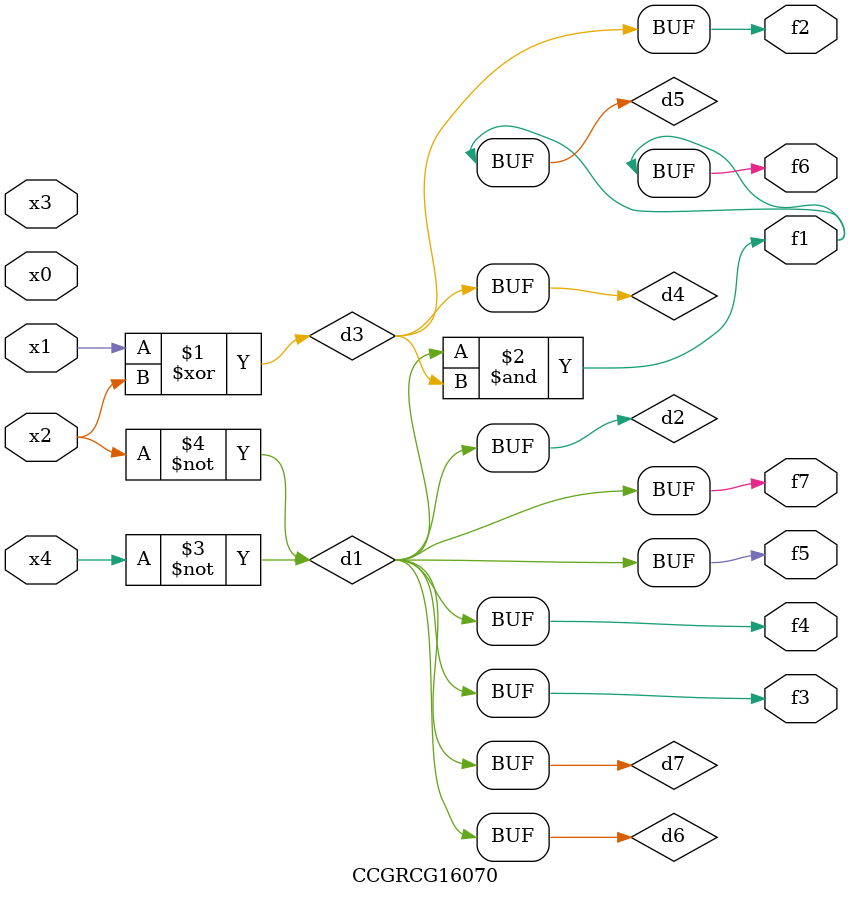
<source format=v>
module CCGRCG16070(
	input x0, x1, x2, x3, x4,
	output f1, f2, f3, f4, f5, f6, f7
);

	wire d1, d2, d3, d4, d5, d6, d7;

	not (d1, x4);
	not (d2, x2);
	xor (d3, x1, x2);
	buf (d4, d3);
	and (d5, d1, d3);
	buf (d6, d1, d2);
	buf (d7, d2);
	assign f1 = d5;
	assign f2 = d4;
	assign f3 = d7;
	assign f4 = d7;
	assign f5 = d7;
	assign f6 = d5;
	assign f7 = d7;
endmodule

</source>
